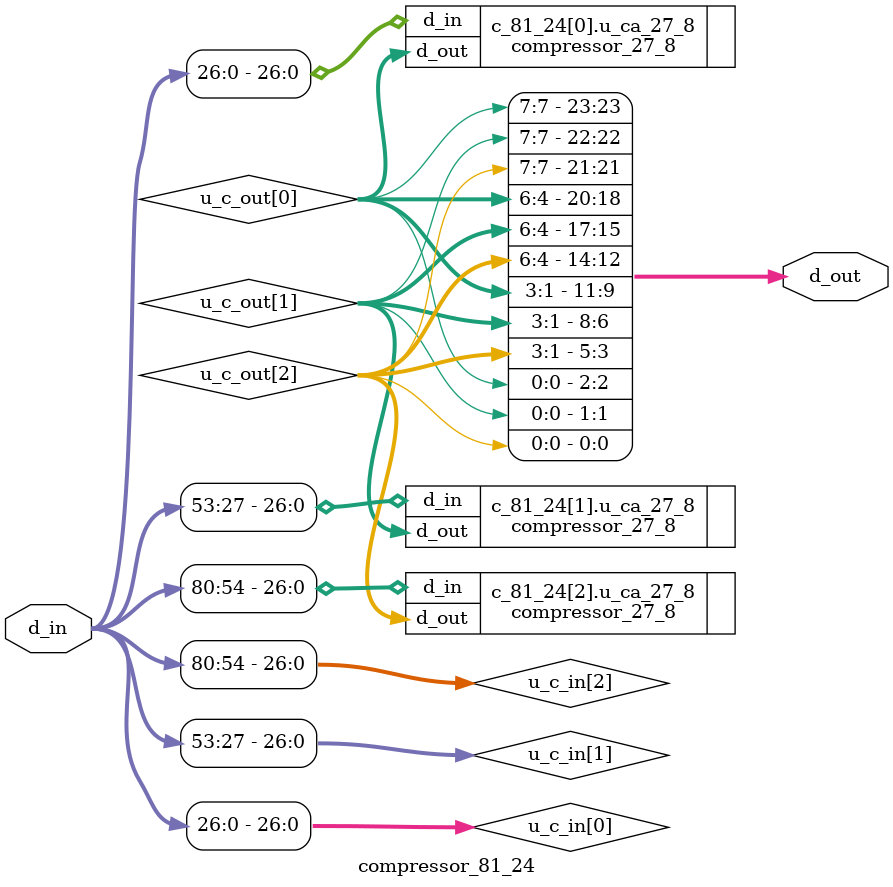
<source format=v>
module compressor_81_24
(
    input  [80:0] d_in,

    output [23:0] d_out
);



//--compressor_array input and output----------------------

wire [26:0] u_c_in[0:2];
wire [7:0] u_c_out[0:2];


//---------------------------------------------------------



//--compressor_array---------------------------------------

genvar c_i;
generate
    for(c_i = 0; c_i < 3; c_i = c_i + 1) begin:c_81_24
        assign u_c_in[c_i] = d_in[27*(c_i+1)-1:27*c_i];
        compressor_27_8 u_ca_27_8(.d_in(u_c_in[c_i]), .d_out(u_c_out[c_i]));
    end
endgenerate

//---------------------------------------------------------



//--output-------------------------------------------------

assign d_out[2:0] = {u_c_out[0][0:0],u_c_out[1][0:0],u_c_out[2][0:0]};
assign d_out[11:3] = {u_c_out[0][3:1],u_c_out[1][3:1],u_c_out[2][3:1]};
assign d_out[20:12] = {u_c_out[0][6:4],u_c_out[1][6:4],u_c_out[2][6:4]};
assign d_out[23:21] = {u_c_out[0][7:7],u_c_out[1][7:7],u_c_out[2][7:7]};

//---------------------------------------------------------


endmodule
</source>
